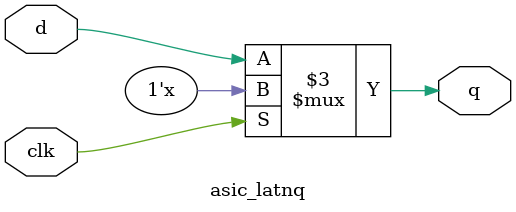
<source format=v>

module asic_latnq
   (
    input      d,
    input      clk,
    output reg q
    );

   always @ (clk or d)
     if(~clk)
       q <= d;

endmodule

</source>
